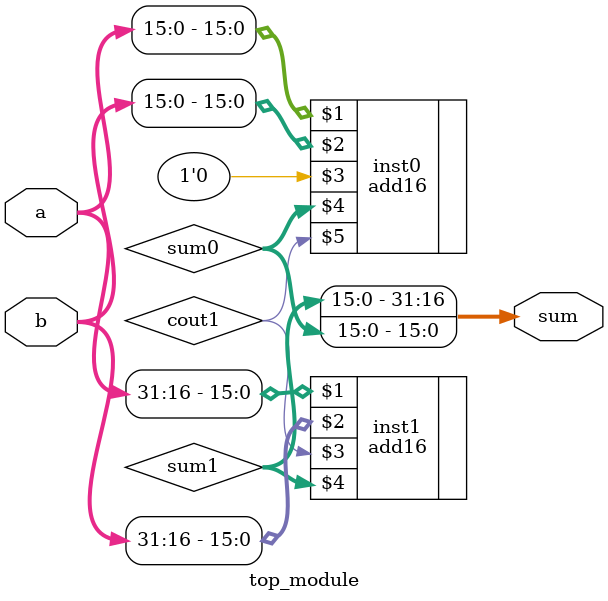
<source format=v>
module top_module(input [31:0] a, input [31:0] b, output [31:0] sum);
   
    wire cout1;
    wire[15:0] sum0, sum1;
    
    add16 inst0(a[15:0], b[15:0], 1'b0, sum0, cout1);
    add16 inst1(a[31:16], b[31:16], cout1, sum1);
    
    assign sum = {sum1, sum0};

endmodule


</source>
